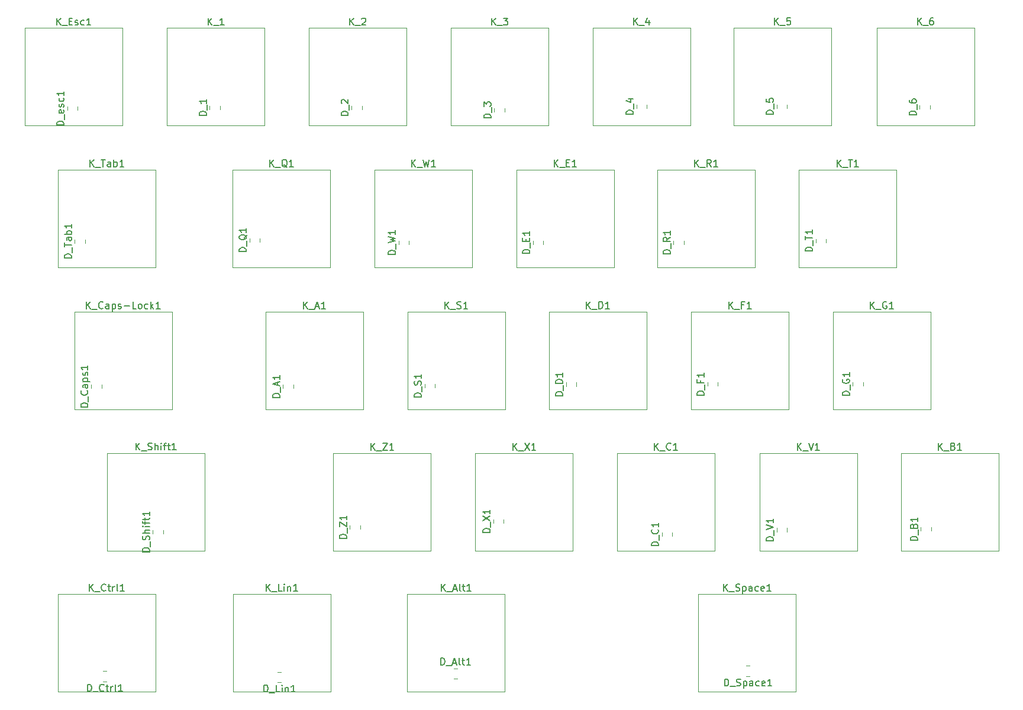
<source format=gbr>
%TF.GenerationSoftware,KiCad,Pcbnew,6.0.2+dfsg-1*%
%TF.CreationDate,2023-05-02T18:44:16+02:00*%
%TF.ProjectId,keyboard2_ctrl,6b657962-6f61-4726-9432-5f6374726c2e,rev?*%
%TF.SameCoordinates,Original*%
%TF.FileFunction,Legend,Top*%
%TF.FilePolarity,Positive*%
%FSLAX46Y46*%
G04 Gerber Fmt 4.6, Leading zero omitted, Abs format (unit mm)*
G04 Created by KiCad (PCBNEW 6.0.2+dfsg-1) date 2023-05-02 18:44:16*
%MOMM*%
%LPD*%
G01*
G04 APERTURE LIST*
%ADD10C,0.150000*%
%ADD11C,0.120000*%
G04 APERTURE END LIST*
D10*
%TO.C,D_Alt1*%
X85587829Y-118949429D02*
X85587829Y-117949429D01*
X85825925Y-117949429D01*
X85968782Y-117997049D01*
X86064020Y-118092287D01*
X86111639Y-118187525D01*
X86159258Y-118378001D01*
X86159258Y-118520858D01*
X86111639Y-118711334D01*
X86064020Y-118806572D01*
X85968782Y-118901810D01*
X85825925Y-118949429D01*
X85587829Y-118949429D01*
X86349734Y-119044668D02*
X87111639Y-119044668D01*
X87302115Y-118663715D02*
X87778306Y-118663715D01*
X87206877Y-118949429D02*
X87540210Y-117949429D01*
X87873544Y-118949429D01*
X88349734Y-118949429D02*
X88254496Y-118901810D01*
X88206877Y-118806572D01*
X88206877Y-117949429D01*
X88587829Y-118282763D02*
X88968782Y-118282763D01*
X88730687Y-117949429D02*
X88730687Y-118806572D01*
X88778306Y-118901810D01*
X88873544Y-118949429D01*
X88968782Y-118949429D01*
X89825925Y-118949429D02*
X89254496Y-118949429D01*
X89540210Y-118949429D02*
X89540210Y-117949429D01*
X89444972Y-118092287D01*
X89349734Y-118187525D01*
X89254496Y-118235144D01*
%TO.C,D_Z1*%
X72067969Y-100818491D02*
X71067969Y-100818491D01*
X71067969Y-100580395D01*
X71115589Y-100437538D01*
X71210827Y-100342300D01*
X71306065Y-100294681D01*
X71496541Y-100247062D01*
X71639398Y-100247062D01*
X71829874Y-100294681D01*
X71925112Y-100342300D01*
X72020350Y-100437538D01*
X72067969Y-100580395D01*
X72067969Y-100818491D01*
X72163208Y-100056586D02*
X72163208Y-99294681D01*
X71067969Y-99151824D02*
X71067969Y-98485157D01*
X72067969Y-99151824D01*
X72067969Y-98485157D01*
X72067969Y-97580395D02*
X72067969Y-98151824D01*
X72067969Y-97866110D02*
X71067969Y-97866110D01*
X71210827Y-97961348D01*
X71306065Y-98056586D01*
X71353684Y-98151824D01*
%TO.C,K_E1*%
X101779444Y-47634146D02*
X101779444Y-46634146D01*
X102350873Y-47634146D02*
X101922301Y-47062718D01*
X102350873Y-46634146D02*
X101779444Y-47205575D01*
X102541349Y-47729385D02*
X103303253Y-47729385D01*
X103541349Y-47110337D02*
X103874682Y-47110337D01*
X104017539Y-47634146D02*
X103541349Y-47634146D01*
X103541349Y-46634146D01*
X104017539Y-46634146D01*
X104969920Y-47634146D02*
X104398492Y-47634146D01*
X104684206Y-47634146D02*
X104684206Y-46634146D01*
X104588968Y-46777004D01*
X104493730Y-46872242D01*
X104398492Y-46919861D01*
%TO.C,D_F1*%
X123224464Y-80310631D02*
X122224464Y-80310631D01*
X122224464Y-80072535D01*
X122272084Y-79929678D01*
X122367322Y-79834440D01*
X122462560Y-79786821D01*
X122653036Y-79739202D01*
X122795893Y-79739202D01*
X122986369Y-79786821D01*
X123081607Y-79834440D01*
X123176845Y-79929678D01*
X123224464Y-80072535D01*
X123224464Y-80310631D01*
X123319703Y-79548726D02*
X123319703Y-78786821D01*
X122700655Y-78215392D02*
X122700655Y-78548726D01*
X123224464Y-78548726D02*
X122224464Y-78548726D01*
X122224464Y-78072535D01*
X123224464Y-77167773D02*
X123224464Y-77739202D01*
X123224464Y-77453488D02*
X122224464Y-77453488D01*
X122367322Y-77548726D01*
X122462560Y-77643964D01*
X122510179Y-77739202D01*
%TO.C,K_S1*%
X86171443Y-67958053D02*
X86171443Y-66958053D01*
X86742872Y-67958053D02*
X86314301Y-67386625D01*
X86742872Y-66958053D02*
X86171443Y-67529482D01*
X86933348Y-68053292D02*
X87695253Y-68053292D01*
X87885729Y-67910434D02*
X88028586Y-67958053D01*
X88266682Y-67958053D01*
X88361920Y-67910434D01*
X88409539Y-67862815D01*
X88457158Y-67767577D01*
X88457158Y-67672339D01*
X88409539Y-67577101D01*
X88361920Y-67529482D01*
X88266682Y-67481863D01*
X88076205Y-67434244D01*
X87980967Y-67386625D01*
X87933348Y-67339006D01*
X87885729Y-67243768D01*
X87885729Y-67148530D01*
X87933348Y-67053292D01*
X87980967Y-67005673D01*
X88076205Y-66958053D01*
X88314301Y-66958053D01*
X88457158Y-67005673D01*
X89409539Y-67958053D02*
X88838110Y-67958053D01*
X89123824Y-67958053D02*
X89123824Y-66958053D01*
X89028586Y-67100911D01*
X88933348Y-67196149D01*
X88838110Y-67243768D01*
%TO.C,K_1*%
X52261096Y-27376380D02*
X52261096Y-26376380D01*
X52832524Y-27376380D02*
X52403953Y-26804952D01*
X52832524Y-26376380D02*
X52261096Y-26947809D01*
X53023001Y-27471619D02*
X53784905Y-27471619D01*
X54546810Y-27376380D02*
X53975382Y-27376380D01*
X54261096Y-27376380D02*
X54261096Y-26376380D01*
X54165858Y-26519238D01*
X54070620Y-26614476D01*
X53975382Y-26662095D01*
%TO.C,D_W1*%
X79067368Y-60188367D02*
X78067368Y-60188367D01*
X78067368Y-59950271D01*
X78114988Y-59807414D01*
X78210226Y-59712176D01*
X78305464Y-59664557D01*
X78495940Y-59616938D01*
X78638797Y-59616938D01*
X78829273Y-59664557D01*
X78924511Y-59712176D01*
X79019749Y-59807414D01*
X79067368Y-59950271D01*
X79067368Y-60188367D01*
X79162607Y-59426462D02*
X79162607Y-58664557D01*
X78067368Y-58521700D02*
X79067368Y-58283605D01*
X78353083Y-58093129D01*
X79067368Y-57902652D01*
X78067368Y-57664557D01*
X79067368Y-56759795D02*
X79067368Y-57331224D01*
X79067368Y-57045510D02*
X78067368Y-57045510D01*
X78210226Y-57140748D01*
X78305464Y-57235986D01*
X78353083Y-57331224D01*
%TO.C,D_esc1*%
X31607380Y-41685952D02*
X30607380Y-41685952D01*
X30607380Y-41447857D01*
X30655000Y-41305000D01*
X30750238Y-41209761D01*
X30845476Y-41162142D01*
X31035952Y-41114523D01*
X31178809Y-41114523D01*
X31369285Y-41162142D01*
X31464523Y-41209761D01*
X31559761Y-41305000D01*
X31607380Y-41447857D01*
X31607380Y-41685952D01*
X31702619Y-40924047D02*
X31702619Y-40162142D01*
X31559761Y-39543095D02*
X31607380Y-39638333D01*
X31607380Y-39828809D01*
X31559761Y-39924047D01*
X31464523Y-39971666D01*
X31083571Y-39971666D01*
X30988333Y-39924047D01*
X30940714Y-39828809D01*
X30940714Y-39638333D01*
X30988333Y-39543095D01*
X31083571Y-39495476D01*
X31178809Y-39495476D01*
X31274047Y-39971666D01*
X31559761Y-39114523D02*
X31607380Y-39019285D01*
X31607380Y-38828809D01*
X31559761Y-38733571D01*
X31464523Y-38685952D01*
X31416904Y-38685952D01*
X31321666Y-38733571D01*
X31274047Y-38828809D01*
X31274047Y-38971666D01*
X31226428Y-39066904D01*
X31131190Y-39114523D01*
X31083571Y-39114523D01*
X30988333Y-39066904D01*
X30940714Y-38971666D01*
X30940714Y-38828809D01*
X30988333Y-38733571D01*
X31559761Y-37828809D02*
X31607380Y-37924047D01*
X31607380Y-38114523D01*
X31559761Y-38209761D01*
X31512142Y-38257380D01*
X31416904Y-38305000D01*
X31131190Y-38305000D01*
X31035952Y-38257380D01*
X30988333Y-38209761D01*
X30940714Y-38114523D01*
X30940714Y-37924047D01*
X30988333Y-37828809D01*
X31607380Y-36876428D02*
X31607380Y-37447857D01*
X31607380Y-37162142D02*
X30607380Y-37162142D01*
X30750238Y-37257380D01*
X30845476Y-37352619D01*
X30893095Y-37447857D01*
%TO.C,D_A1*%
X62506993Y-80656221D02*
X61506993Y-80656221D01*
X61506993Y-80418125D01*
X61554613Y-80275268D01*
X61649851Y-80180030D01*
X61745089Y-80132411D01*
X61935565Y-80084792D01*
X62078422Y-80084792D01*
X62268898Y-80132411D01*
X62364136Y-80180030D01*
X62459374Y-80275268D01*
X62506993Y-80418125D01*
X62506993Y-80656221D01*
X62602232Y-79894316D02*
X62602232Y-79132411D01*
X62221279Y-78941935D02*
X62221279Y-78465744D01*
X62506993Y-79037173D02*
X61506993Y-78703840D01*
X62506993Y-78370506D01*
X62506993Y-77513363D02*
X62506993Y-78084792D01*
X62506993Y-77799078D02*
X61506993Y-77799078D01*
X61649851Y-77894316D01*
X61745089Y-77989554D01*
X61792708Y-78084792D01*
%TO.C,D_G1*%
X144039603Y-80355476D02*
X143039603Y-80355476D01*
X143039603Y-80117381D01*
X143087223Y-79974524D01*
X143182461Y-79879286D01*
X143277699Y-79831667D01*
X143468175Y-79784048D01*
X143611032Y-79784048D01*
X143801508Y-79831667D01*
X143896746Y-79879286D01*
X143991984Y-79974524D01*
X144039603Y-80117381D01*
X144039603Y-80355476D01*
X144134842Y-79593571D02*
X144134842Y-78831667D01*
X143087223Y-78069762D02*
X143039603Y-78165000D01*
X143039603Y-78307857D01*
X143087223Y-78450714D01*
X143182461Y-78545952D01*
X143277699Y-78593571D01*
X143468175Y-78641190D01*
X143611032Y-78641190D01*
X143801508Y-78593571D01*
X143896746Y-78545952D01*
X143991984Y-78450714D01*
X144039603Y-78307857D01*
X144039603Y-78212619D01*
X143991984Y-78069762D01*
X143944365Y-78022143D01*
X143611032Y-78022143D01*
X143611032Y-78212619D01*
X144039603Y-77069762D02*
X144039603Y-77641190D01*
X144039603Y-77355476D02*
X143039603Y-77355476D01*
X143182461Y-77450714D01*
X143277699Y-77545952D01*
X143325318Y-77641190D01*
%TO.C,D_2*%
X72311380Y-40304047D02*
X71311380Y-40304047D01*
X71311380Y-40065952D01*
X71359000Y-39923095D01*
X71454238Y-39827857D01*
X71549476Y-39780238D01*
X71739952Y-39732619D01*
X71882809Y-39732619D01*
X72073285Y-39780238D01*
X72168523Y-39827857D01*
X72263761Y-39923095D01*
X72311380Y-40065952D01*
X72311380Y-40304047D01*
X72406619Y-39542142D02*
X72406619Y-38780238D01*
X71406619Y-38589761D02*
X71359000Y-38542142D01*
X71311380Y-38446904D01*
X71311380Y-38208809D01*
X71359000Y-38113571D01*
X71406619Y-38065952D01*
X71501857Y-38018333D01*
X71597095Y-38018333D01*
X71739952Y-38065952D01*
X72311380Y-38637380D01*
X72311380Y-38018333D01*
%TO.C,K_V1*%
X136594956Y-88190684D02*
X136594956Y-87190684D01*
X137166385Y-88190684D02*
X136737814Y-87619256D01*
X137166385Y-87190684D02*
X136594956Y-87762113D01*
X137356861Y-88285923D02*
X138118766Y-88285923D01*
X138214004Y-87190684D02*
X138547337Y-88190684D01*
X138880671Y-87190684D01*
X139737814Y-88190684D02*
X139166385Y-88190684D01*
X139452099Y-88190684D02*
X139452099Y-87190684D01*
X139356861Y-87333542D01*
X139261623Y-87428780D01*
X139166385Y-87476399D01*
%TO.C,K_Alt1*%
X85643329Y-108368429D02*
X85643329Y-107368429D01*
X86214758Y-108368429D02*
X85786187Y-107797001D01*
X86214758Y-107368429D02*
X85643329Y-107939858D01*
X86405234Y-108463668D02*
X87167139Y-108463668D01*
X87357615Y-108082715D02*
X87833806Y-108082715D01*
X87262377Y-108368429D02*
X87595710Y-107368429D01*
X87929044Y-108368429D01*
X88405234Y-108368429D02*
X88309996Y-108320810D01*
X88262377Y-108225572D01*
X88262377Y-107368429D01*
X88643329Y-107701763D02*
X89024282Y-107701763D01*
X88786187Y-107368429D02*
X88786187Y-108225572D01*
X88833806Y-108320810D01*
X88929044Y-108368429D01*
X89024282Y-108368429D01*
X89881425Y-108368429D02*
X89309996Y-108368429D01*
X89595710Y-108368429D02*
X89595710Y-107368429D01*
X89500472Y-107511287D01*
X89405234Y-107606525D01*
X89309996Y-107654144D01*
%TO.C,D_B1*%
X153768642Y-101132127D02*
X152768642Y-101132127D01*
X152768642Y-100894032D01*
X152816262Y-100751175D01*
X152911500Y-100655937D01*
X153006738Y-100608318D01*
X153197214Y-100560699D01*
X153340071Y-100560699D01*
X153530547Y-100608318D01*
X153625785Y-100655937D01*
X153721023Y-100751175D01*
X153768642Y-100894032D01*
X153768642Y-101132127D01*
X153863881Y-100370222D02*
X153863881Y-99608318D01*
X153244833Y-99036889D02*
X153292452Y-98894032D01*
X153340071Y-98846413D01*
X153435309Y-98798794D01*
X153578166Y-98798794D01*
X153673404Y-98846413D01*
X153721023Y-98894032D01*
X153768642Y-98989270D01*
X153768642Y-99370222D01*
X152768642Y-99370222D01*
X152768642Y-99036889D01*
X152816262Y-98941651D01*
X152863881Y-98894032D01*
X152959119Y-98846413D01*
X153054357Y-98846413D01*
X153149595Y-98894032D01*
X153197214Y-98941651D01*
X153244833Y-99036889D01*
X153244833Y-99370222D01*
X153768642Y-97846413D02*
X153768642Y-98417841D01*
X153768642Y-98132127D02*
X152768642Y-98132127D01*
X152911500Y-98227365D01*
X153006738Y-98322603D01*
X153054357Y-98417841D01*
%TO.C,K_C1*%
X116147461Y-88190684D02*
X116147461Y-87190684D01*
X116718889Y-88190684D02*
X116290318Y-87619256D01*
X116718889Y-87190684D02*
X116147461Y-87762113D01*
X116909366Y-88285923D02*
X117671270Y-88285923D01*
X118480794Y-88095446D02*
X118433175Y-88143065D01*
X118290318Y-88190684D01*
X118195080Y-88190684D01*
X118052223Y-88143065D01*
X117956985Y-88047827D01*
X117909366Y-87952589D01*
X117861747Y-87762113D01*
X117861747Y-87619256D01*
X117909366Y-87428780D01*
X117956985Y-87333542D01*
X118052223Y-87238304D01*
X118195080Y-87190684D01*
X118290318Y-87190684D01*
X118433175Y-87238304D01*
X118480794Y-87285923D01*
X119433175Y-88190684D02*
X118861747Y-88190684D01*
X119147461Y-88190684D02*
X119147461Y-87190684D01*
X119052223Y-87333542D01*
X118956985Y-87428780D01*
X118861747Y-87476399D01*
%TO.C,D_V1*%
X133141950Y-101164763D02*
X132141950Y-101164763D01*
X132141950Y-100926667D01*
X132189570Y-100783810D01*
X132284808Y-100688572D01*
X132380046Y-100640953D01*
X132570522Y-100593334D01*
X132713379Y-100593334D01*
X132903855Y-100640953D01*
X132999093Y-100688572D01*
X133094331Y-100783810D01*
X133141950Y-100926667D01*
X133141950Y-101164763D01*
X133237189Y-100402858D02*
X133237189Y-99640953D01*
X132141950Y-99545715D02*
X133141950Y-99212382D01*
X132141950Y-98879048D01*
X133141950Y-98021905D02*
X133141950Y-98593334D01*
X133141950Y-98307620D02*
X132141950Y-98307620D01*
X132284808Y-98402858D01*
X132380046Y-98498096D01*
X132427665Y-98593334D01*
%TO.C,K_3*%
X92860952Y-27376380D02*
X92860952Y-26376380D01*
X93432380Y-27376380D02*
X93003809Y-26804952D01*
X93432380Y-26376380D02*
X92860952Y-26947809D01*
X93622857Y-27471619D02*
X94384761Y-27471619D01*
X94527619Y-26376380D02*
X95146666Y-26376380D01*
X94813333Y-26757333D01*
X94956190Y-26757333D01*
X95051428Y-26804952D01*
X95099047Y-26852571D01*
X95146666Y-26947809D01*
X95146666Y-27185904D01*
X95099047Y-27281142D01*
X95051428Y-27328761D01*
X94956190Y-27376380D01*
X94670476Y-27376380D01*
X94575238Y-27328761D01*
X94527619Y-27281142D01*
%TO.C,K_2*%
X72540952Y-27376380D02*
X72540952Y-26376380D01*
X73112380Y-27376380D02*
X72683809Y-26804952D01*
X73112380Y-26376380D02*
X72540952Y-26947809D01*
X73302857Y-27471619D02*
X74064761Y-27471619D01*
X74255238Y-26471619D02*
X74302857Y-26424000D01*
X74398095Y-26376380D01*
X74636190Y-26376380D01*
X74731428Y-26424000D01*
X74779047Y-26471619D01*
X74826666Y-26566857D01*
X74826666Y-26662095D01*
X74779047Y-26804952D01*
X74207619Y-27376380D01*
X74826666Y-27376380D01*
%TO.C,K_Tab1*%
X35354403Y-47629863D02*
X35354403Y-46629863D01*
X35925831Y-47629863D02*
X35497260Y-47058435D01*
X35925831Y-46629863D02*
X35354403Y-47201292D01*
X36116307Y-47725102D02*
X36878212Y-47725102D01*
X36973450Y-46629863D02*
X37544879Y-46629863D01*
X37259165Y-47629863D02*
X37259165Y-46629863D01*
X38306784Y-47629863D02*
X38306784Y-47106054D01*
X38259165Y-47010816D01*
X38163926Y-46963197D01*
X37973450Y-46963197D01*
X37878212Y-47010816D01*
X38306784Y-47582244D02*
X38211545Y-47629863D01*
X37973450Y-47629863D01*
X37878212Y-47582244D01*
X37830593Y-47487006D01*
X37830593Y-47391768D01*
X37878212Y-47296530D01*
X37973450Y-47248911D01*
X38211545Y-47248911D01*
X38306784Y-47201292D01*
X38782974Y-47629863D02*
X38782974Y-46629863D01*
X38782974Y-47010816D02*
X38878212Y-46963197D01*
X39068688Y-46963197D01*
X39163926Y-47010816D01*
X39211545Y-47058435D01*
X39259165Y-47153673D01*
X39259165Y-47439387D01*
X39211545Y-47534625D01*
X39163926Y-47582244D01*
X39068688Y-47629863D01*
X38878212Y-47629863D01*
X38782974Y-47582244D01*
X40211545Y-47629863D02*
X39640117Y-47629863D01*
X39925831Y-47629863D02*
X39925831Y-46629863D01*
X39830593Y-46772721D01*
X39735355Y-46867959D01*
X39640117Y-46915578D01*
%TO.C,K_6*%
X153791222Y-27333386D02*
X153791222Y-26333386D01*
X154362650Y-27333386D02*
X153934079Y-26761958D01*
X154362650Y-26333386D02*
X153791222Y-26904815D01*
X154553127Y-27428625D02*
X155315031Y-27428625D01*
X155981698Y-26333386D02*
X155791222Y-26333386D01*
X155695984Y-26381006D01*
X155648365Y-26428625D01*
X155553127Y-26571482D01*
X155505508Y-26761958D01*
X155505508Y-27142910D01*
X155553127Y-27238148D01*
X155600746Y-27285767D01*
X155695984Y-27333386D01*
X155886460Y-27333386D01*
X155981698Y-27285767D01*
X156029317Y-27238148D01*
X156076936Y-27142910D01*
X156076936Y-26904815D01*
X156029317Y-26809577D01*
X155981698Y-26761958D01*
X155886460Y-26714339D01*
X155695984Y-26714339D01*
X155600746Y-26761958D01*
X155553127Y-26809577D01*
X155505508Y-26904815D01*
%TO.C,K_D1*%
X106428812Y-67955516D02*
X106428812Y-66955516D01*
X107000240Y-67955516D02*
X106571669Y-67384088D01*
X107000240Y-66955516D02*
X106428812Y-67526945D01*
X107190717Y-68050755D02*
X107952621Y-68050755D01*
X108190717Y-67955516D02*
X108190717Y-66955516D01*
X108428812Y-66955516D01*
X108571669Y-67003136D01*
X108666907Y-67098374D01*
X108714526Y-67193612D01*
X108762145Y-67384088D01*
X108762145Y-67526945D01*
X108714526Y-67717421D01*
X108666907Y-67812659D01*
X108571669Y-67907897D01*
X108428812Y-67955516D01*
X108190717Y-67955516D01*
X109714526Y-67955516D02*
X109143098Y-67955516D01*
X109428812Y-67955516D02*
X109428812Y-66955516D01*
X109333574Y-67098374D01*
X109238336Y-67193612D01*
X109143098Y-67241231D01*
%TO.C,D_Space1*%
X126165101Y-121949486D02*
X126165101Y-120949486D01*
X126403196Y-120949486D01*
X126546053Y-120997106D01*
X126641291Y-121092344D01*
X126688910Y-121187582D01*
X126736529Y-121378058D01*
X126736529Y-121520915D01*
X126688910Y-121711391D01*
X126641291Y-121806629D01*
X126546053Y-121901867D01*
X126403196Y-121949486D01*
X126165101Y-121949486D01*
X126927005Y-122044725D02*
X127688910Y-122044725D01*
X127879386Y-121901867D02*
X128022244Y-121949486D01*
X128260339Y-121949486D01*
X128355577Y-121901867D01*
X128403196Y-121854248D01*
X128450815Y-121759010D01*
X128450815Y-121663772D01*
X128403196Y-121568534D01*
X128355577Y-121520915D01*
X128260339Y-121473296D01*
X128069863Y-121425677D01*
X127974624Y-121378058D01*
X127927005Y-121330439D01*
X127879386Y-121235201D01*
X127879386Y-121139963D01*
X127927005Y-121044725D01*
X127974624Y-120997106D01*
X128069863Y-120949486D01*
X128307958Y-120949486D01*
X128450815Y-120997106D01*
X128879386Y-121282820D02*
X128879386Y-122282820D01*
X128879386Y-121330439D02*
X128974624Y-121282820D01*
X129165101Y-121282820D01*
X129260339Y-121330439D01*
X129307958Y-121378058D01*
X129355577Y-121473296D01*
X129355577Y-121759010D01*
X129307958Y-121854248D01*
X129260339Y-121901867D01*
X129165101Y-121949486D01*
X128974624Y-121949486D01*
X128879386Y-121901867D01*
X130212720Y-121949486D02*
X130212720Y-121425677D01*
X130165101Y-121330439D01*
X130069863Y-121282820D01*
X129879386Y-121282820D01*
X129784148Y-121330439D01*
X130212720Y-121901867D02*
X130117482Y-121949486D01*
X129879386Y-121949486D01*
X129784148Y-121901867D01*
X129736529Y-121806629D01*
X129736529Y-121711391D01*
X129784148Y-121616153D01*
X129879386Y-121568534D01*
X130117482Y-121568534D01*
X130212720Y-121520915D01*
X131117482Y-121901867D02*
X131022244Y-121949486D01*
X130831767Y-121949486D01*
X130736529Y-121901867D01*
X130688910Y-121854248D01*
X130641291Y-121759010D01*
X130641291Y-121473296D01*
X130688910Y-121378058D01*
X130736529Y-121330439D01*
X130831767Y-121282820D01*
X131022244Y-121282820D01*
X131117482Y-121330439D01*
X131927005Y-121901867D02*
X131831767Y-121949486D01*
X131641291Y-121949486D01*
X131546053Y-121901867D01*
X131498434Y-121806629D01*
X131498434Y-121425677D01*
X131546053Y-121330439D01*
X131641291Y-121282820D01*
X131831767Y-121282820D01*
X131927005Y-121330439D01*
X131974624Y-121425677D01*
X131974624Y-121520915D01*
X131498434Y-121616153D01*
X132927005Y-121949486D02*
X132355577Y-121949486D01*
X132641291Y-121949486D02*
X132641291Y-120949486D01*
X132546053Y-121092344D01*
X132450815Y-121187582D01*
X132355577Y-121235201D01*
%TO.C,K_4*%
X113170268Y-27346869D02*
X113170268Y-26346869D01*
X113741696Y-27346869D02*
X113313125Y-26775441D01*
X113741696Y-26346869D02*
X113170268Y-26918298D01*
X113932173Y-27442108D02*
X114694077Y-27442108D01*
X115360744Y-26680203D02*
X115360744Y-27346869D01*
X115122649Y-26299250D02*
X114884554Y-27013536D01*
X115503601Y-27013536D01*
%TO.C,K_F1*%
X126838840Y-67955516D02*
X126838840Y-66955516D01*
X127410269Y-67955516D02*
X126981698Y-67384088D01*
X127410269Y-66955516D02*
X126838840Y-67526945D01*
X127600745Y-68050755D02*
X128362650Y-68050755D01*
X128934079Y-67431707D02*
X128600745Y-67431707D01*
X128600745Y-67955516D02*
X128600745Y-66955516D01*
X129076936Y-66955516D01*
X129981698Y-67955516D02*
X129410269Y-67955516D01*
X129695983Y-67955516D02*
X129695983Y-66955516D01*
X129600745Y-67098374D01*
X129505507Y-67193612D01*
X129410269Y-67241231D01*
%TO.C,K_X1*%
X95898693Y-88190684D02*
X95898693Y-87190684D01*
X96470122Y-88190684D02*
X96041551Y-87619256D01*
X96470122Y-87190684D02*
X95898693Y-87762113D01*
X96660598Y-88285923D02*
X97422503Y-88285923D01*
X97565360Y-87190684D02*
X98232027Y-88190684D01*
X98232027Y-87190684D02*
X97565360Y-88190684D01*
X99136789Y-88190684D02*
X98565360Y-88190684D01*
X98851074Y-88190684D02*
X98851074Y-87190684D01*
X98755836Y-87333542D01*
X98660598Y-87428780D01*
X98565360Y-87476399D01*
%TO.C,D_R1*%
X118384854Y-60090354D02*
X117384854Y-60090354D01*
X117384854Y-59852259D01*
X117432474Y-59709402D01*
X117527712Y-59614164D01*
X117622950Y-59566545D01*
X117813426Y-59518926D01*
X117956283Y-59518926D01*
X118146759Y-59566545D01*
X118241997Y-59614164D01*
X118337235Y-59709402D01*
X118384854Y-59852259D01*
X118384854Y-60090354D01*
X118480093Y-59328449D02*
X118480093Y-58566545D01*
X118384854Y-57757021D02*
X117908664Y-58090354D01*
X118384854Y-58328449D02*
X117384854Y-58328449D01*
X117384854Y-57947497D01*
X117432474Y-57852259D01*
X117480093Y-57804640D01*
X117575331Y-57757021D01*
X117718188Y-57757021D01*
X117813426Y-57804640D01*
X117861045Y-57852259D01*
X117908664Y-57947497D01*
X117908664Y-58328449D01*
X118384854Y-56804640D02*
X118384854Y-57376068D01*
X118384854Y-57090354D02*
X117384854Y-57090354D01*
X117527712Y-57185592D01*
X117622950Y-57280830D01*
X117670569Y-57376068D01*
%TO.C,D_S1*%
X82763873Y-80590487D02*
X81763873Y-80590487D01*
X81763873Y-80352391D01*
X81811493Y-80209534D01*
X81906731Y-80114296D01*
X82001969Y-80066677D01*
X82192445Y-80019058D01*
X82335302Y-80019058D01*
X82525778Y-80066677D01*
X82621016Y-80114296D01*
X82716254Y-80209534D01*
X82763873Y-80352391D01*
X82763873Y-80590487D01*
X82859112Y-79828582D02*
X82859112Y-79066677D01*
X82716254Y-78876201D02*
X82763873Y-78733344D01*
X82763873Y-78495249D01*
X82716254Y-78400010D01*
X82668635Y-78352391D01*
X82573397Y-78304772D01*
X82478159Y-78304772D01*
X82382921Y-78352391D01*
X82335302Y-78400010D01*
X82287683Y-78495249D01*
X82240064Y-78685725D01*
X82192445Y-78780963D01*
X82144826Y-78828582D01*
X82049588Y-78876201D01*
X81954350Y-78876201D01*
X81859112Y-78828582D01*
X81811493Y-78780963D01*
X81763873Y-78685725D01*
X81763873Y-78447629D01*
X81811493Y-78304772D01*
X82763873Y-77352391D02*
X82763873Y-77923820D01*
X82763873Y-77638106D02*
X81763873Y-77638106D01*
X81906731Y-77733344D01*
X82001969Y-77828582D01*
X82049588Y-77923820D01*
%TO.C,K_Esc1*%
X30615238Y-27376380D02*
X30615238Y-26376380D01*
X31186666Y-27376380D02*
X30758095Y-26804952D01*
X31186666Y-26376380D02*
X30615238Y-26947809D01*
X31377142Y-27471619D02*
X32139047Y-27471619D01*
X32377142Y-26852571D02*
X32710476Y-26852571D01*
X32853333Y-27376380D02*
X32377142Y-27376380D01*
X32377142Y-26376380D01*
X32853333Y-26376380D01*
X33234285Y-27328761D02*
X33329523Y-27376380D01*
X33520000Y-27376380D01*
X33615238Y-27328761D01*
X33662857Y-27233523D01*
X33662857Y-27185904D01*
X33615238Y-27090666D01*
X33520000Y-27043047D01*
X33377142Y-27043047D01*
X33281904Y-26995428D01*
X33234285Y-26900190D01*
X33234285Y-26852571D01*
X33281904Y-26757333D01*
X33377142Y-26709714D01*
X33520000Y-26709714D01*
X33615238Y-26757333D01*
X34520000Y-27328761D02*
X34424761Y-27376380D01*
X34234285Y-27376380D01*
X34139047Y-27328761D01*
X34091428Y-27281142D01*
X34043809Y-27185904D01*
X34043809Y-26900190D01*
X34091428Y-26804952D01*
X34139047Y-26757333D01*
X34234285Y-26709714D01*
X34424761Y-26709714D01*
X34520000Y-26757333D01*
X35472380Y-27376380D02*
X34900952Y-27376380D01*
X35186666Y-27376380D02*
X35186666Y-26376380D01*
X35091428Y-26519238D01*
X34996190Y-26614476D01*
X34900952Y-26662095D01*
%TO.C,K_Shift1*%
X41938619Y-88176400D02*
X41938619Y-87176400D01*
X42510047Y-88176400D02*
X42081476Y-87604972D01*
X42510047Y-87176400D02*
X41938619Y-87747829D01*
X42700523Y-88271639D02*
X43462428Y-88271639D01*
X43652904Y-88128781D02*
X43795762Y-88176400D01*
X44033857Y-88176400D01*
X44129095Y-88128781D01*
X44176714Y-88081162D01*
X44224333Y-87985924D01*
X44224333Y-87890686D01*
X44176714Y-87795448D01*
X44129095Y-87747829D01*
X44033857Y-87700210D01*
X43843381Y-87652591D01*
X43748142Y-87604972D01*
X43700523Y-87557353D01*
X43652904Y-87462115D01*
X43652904Y-87366877D01*
X43700523Y-87271639D01*
X43748142Y-87224020D01*
X43843381Y-87176400D01*
X44081476Y-87176400D01*
X44224333Y-87224020D01*
X44652904Y-88176400D02*
X44652904Y-87176400D01*
X45081476Y-88176400D02*
X45081476Y-87652591D01*
X45033857Y-87557353D01*
X44938619Y-87509734D01*
X44795762Y-87509734D01*
X44700523Y-87557353D01*
X44652904Y-87604972D01*
X45557666Y-88176400D02*
X45557666Y-87509734D01*
X45557666Y-87176400D02*
X45510047Y-87224020D01*
X45557666Y-87271639D01*
X45605285Y-87224020D01*
X45557666Y-87176400D01*
X45557666Y-87271639D01*
X45891000Y-87509734D02*
X46271952Y-87509734D01*
X46033857Y-88176400D02*
X46033857Y-87319258D01*
X46081476Y-87224020D01*
X46176714Y-87176400D01*
X46271952Y-87176400D01*
X46462428Y-87509734D02*
X46843381Y-87509734D01*
X46605285Y-87176400D02*
X46605285Y-88033543D01*
X46652904Y-88128781D01*
X46748142Y-88176400D01*
X46843381Y-88176400D01*
X47700523Y-88176400D02*
X47129095Y-88176400D01*
X47414809Y-88176400D02*
X47414809Y-87176400D01*
X47319571Y-87319258D01*
X47224333Y-87414496D01*
X47129095Y-87462115D01*
%TO.C,K_B1*%
X156779605Y-88190684D02*
X156779605Y-87190684D01*
X157351033Y-88190684D02*
X156922462Y-87619256D01*
X157351033Y-87190684D02*
X156779605Y-87762113D01*
X157541510Y-88285923D02*
X158303414Y-88285923D01*
X158874843Y-87666875D02*
X159017700Y-87714494D01*
X159065319Y-87762113D01*
X159112938Y-87857351D01*
X159112938Y-88000208D01*
X159065319Y-88095446D01*
X159017700Y-88143065D01*
X158922462Y-88190684D01*
X158541510Y-88190684D01*
X158541510Y-87190684D01*
X158874843Y-87190684D01*
X158970081Y-87238304D01*
X159017700Y-87285923D01*
X159065319Y-87381161D01*
X159065319Y-87476399D01*
X159017700Y-87571637D01*
X158970081Y-87619256D01*
X158874843Y-87666875D01*
X158541510Y-87666875D01*
X160065319Y-88190684D02*
X159493891Y-88190684D01*
X159779605Y-88190684D02*
X159779605Y-87190684D01*
X159684367Y-87333542D01*
X159589129Y-87428780D01*
X159493891Y-87476399D01*
%TO.C,D_4*%
X113098696Y-40152536D02*
X112098696Y-40152536D01*
X112098696Y-39914441D01*
X112146316Y-39771584D01*
X112241554Y-39676346D01*
X112336792Y-39628727D01*
X112527268Y-39581108D01*
X112670125Y-39581108D01*
X112860601Y-39628727D01*
X112955839Y-39676346D01*
X113051077Y-39771584D01*
X113098696Y-39914441D01*
X113098696Y-40152536D01*
X113193935Y-39390631D02*
X113193935Y-38628727D01*
X112432030Y-37962060D02*
X113098696Y-37962060D01*
X112051077Y-38200155D02*
X112765363Y-38438250D01*
X112765363Y-37819203D01*
%TO.C,D_Caps1*%
X35045896Y-82030155D02*
X34045896Y-82030155D01*
X34045896Y-81792060D01*
X34093516Y-81649203D01*
X34188754Y-81553964D01*
X34283992Y-81506345D01*
X34474468Y-81458726D01*
X34617325Y-81458726D01*
X34807801Y-81506345D01*
X34903039Y-81553964D01*
X34998277Y-81649203D01*
X35045896Y-81792060D01*
X35045896Y-82030155D01*
X35141135Y-81268250D02*
X35141135Y-80506345D01*
X34950658Y-79696822D02*
X34998277Y-79744441D01*
X35045896Y-79887298D01*
X35045896Y-79982536D01*
X34998277Y-80125393D01*
X34903039Y-80220631D01*
X34807801Y-80268250D01*
X34617325Y-80315869D01*
X34474468Y-80315869D01*
X34283992Y-80268250D01*
X34188754Y-80220631D01*
X34093516Y-80125393D01*
X34045896Y-79982536D01*
X34045896Y-79887298D01*
X34093516Y-79744441D01*
X34141135Y-79696822D01*
X35045896Y-78839679D02*
X34522087Y-78839679D01*
X34426849Y-78887298D01*
X34379230Y-78982536D01*
X34379230Y-79173012D01*
X34426849Y-79268250D01*
X34998277Y-78839679D02*
X35045896Y-78934917D01*
X35045896Y-79173012D01*
X34998277Y-79268250D01*
X34903039Y-79315869D01*
X34807801Y-79315869D01*
X34712563Y-79268250D01*
X34664944Y-79173012D01*
X34664944Y-78934917D01*
X34617325Y-78839679D01*
X34379230Y-78363488D02*
X35379230Y-78363488D01*
X34426849Y-78363488D02*
X34379230Y-78268250D01*
X34379230Y-78077774D01*
X34426849Y-77982536D01*
X34474468Y-77934917D01*
X34569706Y-77887298D01*
X34855420Y-77887298D01*
X34950658Y-77934917D01*
X34998277Y-77982536D01*
X35045896Y-78077774D01*
X35045896Y-78268250D01*
X34998277Y-78363488D01*
X34998277Y-77506345D02*
X35045896Y-77411107D01*
X35045896Y-77220631D01*
X34998277Y-77125393D01*
X34903039Y-77077774D01*
X34855420Y-77077774D01*
X34760182Y-77125393D01*
X34712563Y-77220631D01*
X34712563Y-77363488D01*
X34664944Y-77458726D01*
X34569706Y-77506345D01*
X34522087Y-77506345D01*
X34426849Y-77458726D01*
X34379230Y-77363488D01*
X34379230Y-77220631D01*
X34426849Y-77125393D01*
X35045896Y-76125393D02*
X35045896Y-76696822D01*
X35045896Y-76411107D02*
X34045896Y-76411107D01*
X34188754Y-76506345D01*
X34283992Y-76601584D01*
X34331611Y-76696822D01*
%TO.C,D_3*%
X92727380Y-40676047D02*
X91727380Y-40676047D01*
X91727380Y-40437952D01*
X91775000Y-40295095D01*
X91870238Y-40199857D01*
X91965476Y-40152238D01*
X92155952Y-40104619D01*
X92298809Y-40104619D01*
X92489285Y-40152238D01*
X92584523Y-40199857D01*
X92679761Y-40295095D01*
X92727380Y-40437952D01*
X92727380Y-40676047D01*
X92822619Y-39914142D02*
X92822619Y-39152238D01*
X91727380Y-39009380D02*
X91727380Y-38390333D01*
X92108333Y-38723666D01*
X92108333Y-38580809D01*
X92155952Y-38485571D01*
X92203571Y-38437952D01*
X92298809Y-38390333D01*
X92536904Y-38390333D01*
X92632142Y-38437952D01*
X92679761Y-38485571D01*
X92727380Y-38580809D01*
X92727380Y-38866523D01*
X92679761Y-38961761D01*
X92632142Y-39009380D01*
%TO.C,D_Lin1*%
X60261643Y-122803429D02*
X60261643Y-121803429D01*
X60499738Y-121803429D01*
X60642595Y-121851049D01*
X60737833Y-121946287D01*
X60785452Y-122041525D01*
X60833071Y-122232001D01*
X60833071Y-122374858D01*
X60785452Y-122565334D01*
X60737833Y-122660572D01*
X60642595Y-122755810D01*
X60499738Y-122803429D01*
X60261643Y-122803429D01*
X61023548Y-122898668D02*
X61785452Y-122898668D01*
X62499738Y-122803429D02*
X62023548Y-122803429D01*
X62023548Y-121803429D01*
X62833071Y-122803429D02*
X62833071Y-122136763D01*
X62833071Y-121803429D02*
X62785452Y-121851049D01*
X62833071Y-121898668D01*
X62880690Y-121851049D01*
X62833071Y-121803429D01*
X62833071Y-121898668D01*
X63309262Y-122136763D02*
X63309262Y-122803429D01*
X63309262Y-122232001D02*
X63356881Y-122184382D01*
X63452119Y-122136763D01*
X63594976Y-122136763D01*
X63690214Y-122184382D01*
X63737833Y-122279620D01*
X63737833Y-122803429D01*
X64737833Y-122803429D02*
X64166405Y-122803429D01*
X64452119Y-122803429D02*
X64452119Y-121803429D01*
X64356881Y-121946287D01*
X64261643Y-122041525D01*
X64166405Y-122089144D01*
%TO.C,D_E1*%
X98287478Y-60069319D02*
X97287478Y-60069319D01*
X97287478Y-59831224D01*
X97335098Y-59688367D01*
X97430336Y-59593129D01*
X97525574Y-59545510D01*
X97716050Y-59497891D01*
X97858907Y-59497891D01*
X98049383Y-59545510D01*
X98144621Y-59593129D01*
X98239859Y-59688367D01*
X98287478Y-59831224D01*
X98287478Y-60069319D01*
X98382717Y-59307414D02*
X98382717Y-58545510D01*
X97763669Y-58307414D02*
X97763669Y-57974081D01*
X98287478Y-57831224D02*
X98287478Y-58307414D01*
X97287478Y-58307414D01*
X97287478Y-57831224D01*
X98287478Y-56878843D02*
X98287478Y-57450271D01*
X98287478Y-57164557D02*
X97287478Y-57164557D01*
X97430336Y-57259795D01*
X97525574Y-57355033D01*
X97573193Y-57450271D01*
%TO.C,K_5*%
X133349901Y-27333386D02*
X133349901Y-26333386D01*
X133921329Y-27333386D02*
X133492758Y-26761958D01*
X133921329Y-26333386D02*
X133349901Y-26904815D01*
X134111806Y-27428625D02*
X134873710Y-27428625D01*
X135587996Y-26333386D02*
X135111806Y-26333386D01*
X135064187Y-26809577D01*
X135111806Y-26761958D01*
X135207044Y-26714339D01*
X135445139Y-26714339D01*
X135540377Y-26761958D01*
X135587996Y-26809577D01*
X135635615Y-26904815D01*
X135635615Y-27142910D01*
X135587996Y-27238148D01*
X135540377Y-27285767D01*
X135445139Y-27333386D01*
X135207044Y-27333386D01*
X135111806Y-27285767D01*
X135064187Y-27238148D01*
%TO.C,K_Q1*%
X61135340Y-47634146D02*
X61135340Y-46634146D01*
X61706769Y-47634146D02*
X61278198Y-47062718D01*
X61706769Y-46634146D02*
X61135340Y-47205575D01*
X61897245Y-47729385D02*
X62659150Y-47729385D01*
X63563912Y-47729385D02*
X63468674Y-47681766D01*
X63373436Y-47586527D01*
X63230578Y-47443670D01*
X63135340Y-47396051D01*
X63040102Y-47396051D01*
X63087721Y-47634146D02*
X62992483Y-47586527D01*
X62897245Y-47491289D01*
X62849626Y-47300813D01*
X62849626Y-46967480D01*
X62897245Y-46777004D01*
X62992483Y-46681766D01*
X63087721Y-46634146D01*
X63278198Y-46634146D01*
X63373436Y-46681766D01*
X63468674Y-46777004D01*
X63516293Y-46967480D01*
X63516293Y-47300813D01*
X63468674Y-47491289D01*
X63373436Y-47586527D01*
X63278198Y-47634146D01*
X63087721Y-47634146D01*
X64468674Y-47634146D02*
X63897245Y-47634146D01*
X64182959Y-47634146D02*
X64182959Y-46634146D01*
X64087721Y-46777004D01*
X63992483Y-46872242D01*
X63897245Y-46919861D01*
%TO.C,D_1*%
X52005524Y-40302047D02*
X51005524Y-40302047D01*
X51005524Y-40063952D01*
X51053144Y-39921095D01*
X51148382Y-39825857D01*
X51243620Y-39778238D01*
X51434096Y-39730619D01*
X51576953Y-39730619D01*
X51767429Y-39778238D01*
X51862667Y-39825857D01*
X51957905Y-39921095D01*
X52005524Y-40063952D01*
X52005524Y-40302047D01*
X52100763Y-39540142D02*
X52100763Y-38778238D01*
X52005524Y-38016333D02*
X52005524Y-38587761D01*
X52005524Y-38302047D02*
X51005524Y-38302047D01*
X51148382Y-38397285D01*
X51243620Y-38492523D01*
X51291239Y-38587761D01*
%TO.C,D_5*%
X133144329Y-40139053D02*
X132144329Y-40139053D01*
X132144329Y-39900958D01*
X132191949Y-39758101D01*
X132287187Y-39662863D01*
X132382425Y-39615244D01*
X132572901Y-39567625D01*
X132715758Y-39567625D01*
X132906234Y-39615244D01*
X133001472Y-39662863D01*
X133096710Y-39758101D01*
X133144329Y-39900958D01*
X133144329Y-40139053D01*
X133239568Y-39377148D02*
X133239568Y-38615244D01*
X132144329Y-37900958D02*
X132144329Y-38377148D01*
X132620520Y-38424767D01*
X132572901Y-38377148D01*
X132525282Y-38281910D01*
X132525282Y-38043815D01*
X132572901Y-37948577D01*
X132620520Y-37900958D01*
X132715758Y-37853339D01*
X132953853Y-37853339D01*
X133049091Y-37900958D01*
X133096710Y-37948577D01*
X133144329Y-38043815D01*
X133144329Y-38281910D01*
X133096710Y-38377148D01*
X133049091Y-38424767D01*
%TO.C,D_D1*%
X102994168Y-80401625D02*
X101994168Y-80401625D01*
X101994168Y-80163530D01*
X102041788Y-80020673D01*
X102137026Y-79925435D01*
X102232264Y-79877816D01*
X102422740Y-79830197D01*
X102565597Y-79830197D01*
X102756073Y-79877816D01*
X102851311Y-79925435D01*
X102946549Y-80020673D01*
X102994168Y-80163530D01*
X102994168Y-80401625D01*
X103089407Y-79639720D02*
X103089407Y-78877816D01*
X102994168Y-78639720D02*
X101994168Y-78639720D01*
X101994168Y-78401625D01*
X102041788Y-78258768D01*
X102137026Y-78163530D01*
X102232264Y-78115911D01*
X102422740Y-78068292D01*
X102565597Y-78068292D01*
X102756073Y-78115911D01*
X102851311Y-78163530D01*
X102946549Y-78258768D01*
X102994168Y-78401625D01*
X102994168Y-78639720D01*
X102994168Y-77115911D02*
X102994168Y-77687339D01*
X102994168Y-77401625D02*
X101994168Y-77401625D01*
X102137026Y-77496863D01*
X102232264Y-77592101D01*
X102279883Y-77687339D01*
%TO.C,K_W1*%
X81377899Y-47634146D02*
X81377899Y-46634146D01*
X81949328Y-47634146D02*
X81520756Y-47062718D01*
X81949328Y-46634146D02*
X81377899Y-47205575D01*
X82139804Y-47729385D02*
X82901709Y-47729385D01*
X83044566Y-46634146D02*
X83282661Y-47634146D01*
X83473137Y-46919861D01*
X83663614Y-47634146D01*
X83901709Y-46634146D01*
X84806471Y-47634146D02*
X84235042Y-47634146D01*
X84520756Y-47634146D02*
X84520756Y-46634146D01*
X84425518Y-46777004D01*
X84330280Y-46872242D01*
X84235042Y-46919861D01*
%TO.C,K_G1*%
X147066506Y-67955516D02*
X147066506Y-66955516D01*
X147637934Y-67955516D02*
X147209363Y-67384088D01*
X147637934Y-66955516D02*
X147066506Y-67526945D01*
X147828411Y-68050755D02*
X148590315Y-68050755D01*
X149352220Y-67003136D02*
X149256982Y-66955516D01*
X149114125Y-66955516D01*
X148971268Y-67003136D01*
X148876030Y-67098374D01*
X148828411Y-67193612D01*
X148780792Y-67384088D01*
X148780792Y-67526945D01*
X148828411Y-67717421D01*
X148876030Y-67812659D01*
X148971268Y-67907897D01*
X149114125Y-67955516D01*
X149209363Y-67955516D01*
X149352220Y-67907897D01*
X149399839Y-67860278D01*
X149399839Y-67526945D01*
X149209363Y-67526945D01*
X150352220Y-67955516D02*
X149780792Y-67955516D01*
X150066506Y-67955516D02*
X150066506Y-66955516D01*
X149971268Y-67098374D01*
X149876030Y-67193612D01*
X149780792Y-67241231D01*
%TO.C,D_Ctrl1*%
X35013474Y-122713429D02*
X35013474Y-121713429D01*
X35251569Y-121713429D01*
X35394426Y-121761049D01*
X35489665Y-121856287D01*
X35537284Y-121951525D01*
X35584903Y-122142001D01*
X35584903Y-122284858D01*
X35537284Y-122475334D01*
X35489665Y-122570572D01*
X35394426Y-122665810D01*
X35251569Y-122713429D01*
X35013474Y-122713429D01*
X35775379Y-122808668D02*
X36537284Y-122808668D01*
X37346807Y-122618191D02*
X37299188Y-122665810D01*
X37156331Y-122713429D01*
X37061093Y-122713429D01*
X36918236Y-122665810D01*
X36822998Y-122570572D01*
X36775379Y-122475334D01*
X36727760Y-122284858D01*
X36727760Y-122142001D01*
X36775379Y-121951525D01*
X36822998Y-121856287D01*
X36918236Y-121761049D01*
X37061093Y-121713429D01*
X37156331Y-121713429D01*
X37299188Y-121761049D01*
X37346807Y-121808668D01*
X37632522Y-122046763D02*
X38013474Y-122046763D01*
X37775379Y-121713429D02*
X37775379Y-122570572D01*
X37822998Y-122665810D01*
X37918236Y-122713429D01*
X38013474Y-122713429D01*
X38346807Y-122713429D02*
X38346807Y-122046763D01*
X38346807Y-122237239D02*
X38394426Y-122142001D01*
X38442045Y-122094382D01*
X38537284Y-122046763D01*
X38632522Y-122046763D01*
X39108712Y-122713429D02*
X39013474Y-122665810D01*
X38965855Y-122570572D01*
X38965855Y-121713429D01*
X40013474Y-122713429D02*
X39442045Y-122713429D01*
X39727760Y-122713429D02*
X39727760Y-121713429D01*
X39632522Y-121856287D01*
X39537284Y-121951525D01*
X39442045Y-121999144D01*
%TO.C,D_Tab1*%
X32705167Y-60716565D02*
X31705167Y-60716565D01*
X31705167Y-60478470D01*
X31752787Y-60335613D01*
X31848025Y-60240375D01*
X31943263Y-60192756D01*
X32133739Y-60145137D01*
X32276596Y-60145137D01*
X32467072Y-60192756D01*
X32562310Y-60240375D01*
X32657548Y-60335613D01*
X32705167Y-60478470D01*
X32705167Y-60716565D01*
X32800406Y-59954661D02*
X32800406Y-59192756D01*
X31705167Y-59097518D02*
X31705167Y-58526089D01*
X32705167Y-58811804D02*
X31705167Y-58811804D01*
X32705167Y-57764184D02*
X32181358Y-57764184D01*
X32086120Y-57811804D01*
X32038501Y-57907042D01*
X32038501Y-58097518D01*
X32086120Y-58192756D01*
X32657548Y-57764184D02*
X32705167Y-57859423D01*
X32705167Y-58097518D01*
X32657548Y-58192756D01*
X32562310Y-58240375D01*
X32467072Y-58240375D01*
X32371834Y-58192756D01*
X32324215Y-58097518D01*
X32324215Y-57859423D01*
X32276596Y-57764184D01*
X32705167Y-57287994D02*
X31705167Y-57287994D01*
X32086120Y-57287994D02*
X32038501Y-57192756D01*
X32038501Y-57002280D01*
X32086120Y-56907042D01*
X32133739Y-56859423D01*
X32228977Y-56811804D01*
X32514691Y-56811804D01*
X32609929Y-56859423D01*
X32657548Y-56907042D01*
X32705167Y-57002280D01*
X32705167Y-57192756D01*
X32657548Y-57287994D01*
X32705167Y-55859423D02*
X32705167Y-56430851D01*
X32705167Y-56145137D02*
X31705167Y-56145137D01*
X31848025Y-56240375D01*
X31943263Y-56335613D01*
X31990882Y-56430851D01*
%TO.C,D_T1*%
X138748069Y-59732052D02*
X137748069Y-59732052D01*
X137748069Y-59493956D01*
X137795689Y-59351099D01*
X137890927Y-59255861D01*
X137986165Y-59208242D01*
X138176641Y-59160623D01*
X138319498Y-59160623D01*
X138509974Y-59208242D01*
X138605212Y-59255861D01*
X138700450Y-59351099D01*
X138748069Y-59493956D01*
X138748069Y-59732052D01*
X138843308Y-58970147D02*
X138843308Y-58208242D01*
X137748069Y-58113004D02*
X137748069Y-57541575D01*
X138748069Y-57827290D02*
X137748069Y-57827290D01*
X138748069Y-56684432D02*
X138748069Y-57255861D01*
X138748069Y-56970147D02*
X137748069Y-56970147D01*
X137890927Y-57065385D01*
X137986165Y-57160623D01*
X138033784Y-57255861D01*
%TO.C,D_Shift1*%
X43868137Y-102756583D02*
X42868137Y-102756583D01*
X42868137Y-102518488D01*
X42915757Y-102375631D01*
X43010995Y-102280393D01*
X43106233Y-102232774D01*
X43296709Y-102185155D01*
X43439566Y-102185155D01*
X43630042Y-102232774D01*
X43725280Y-102280393D01*
X43820518Y-102375631D01*
X43868137Y-102518488D01*
X43868137Y-102756583D01*
X43963376Y-101994679D02*
X43963376Y-101232774D01*
X43820518Y-101042298D02*
X43868137Y-100899441D01*
X43868137Y-100661345D01*
X43820518Y-100566107D01*
X43772899Y-100518488D01*
X43677661Y-100470869D01*
X43582423Y-100470869D01*
X43487185Y-100518488D01*
X43439566Y-100566107D01*
X43391947Y-100661345D01*
X43344328Y-100851821D01*
X43296709Y-100947060D01*
X43249090Y-100994679D01*
X43153852Y-101042298D01*
X43058614Y-101042298D01*
X42963376Y-100994679D01*
X42915757Y-100947060D01*
X42868137Y-100851821D01*
X42868137Y-100613726D01*
X42915757Y-100470869D01*
X43868137Y-100042298D02*
X42868137Y-100042298D01*
X43868137Y-99613726D02*
X43344328Y-99613726D01*
X43249090Y-99661345D01*
X43201471Y-99756583D01*
X43201471Y-99899441D01*
X43249090Y-99994679D01*
X43296709Y-100042298D01*
X43868137Y-99137536D02*
X43201471Y-99137536D01*
X42868137Y-99137536D02*
X42915757Y-99185155D01*
X42963376Y-99137536D01*
X42915757Y-99089917D01*
X42868137Y-99137536D01*
X42963376Y-99137536D01*
X43201471Y-98804202D02*
X43201471Y-98423250D01*
X43868137Y-98661345D02*
X43010995Y-98661345D01*
X42915757Y-98613726D01*
X42868137Y-98518488D01*
X42868137Y-98423250D01*
X43201471Y-98232774D02*
X43201471Y-97851821D01*
X42868137Y-98089917D02*
X43725280Y-98089917D01*
X43820518Y-98042298D01*
X43868137Y-97947060D01*
X43868137Y-97851821D01*
X43868137Y-96994679D02*
X43868137Y-97566107D01*
X43868137Y-97280393D02*
X42868137Y-97280393D01*
X43010995Y-97375631D01*
X43106233Y-97470869D01*
X43153852Y-97566107D01*
%TO.C,K_Space1*%
X126062072Y-108368429D02*
X126062072Y-107368429D01*
X126633500Y-108368429D02*
X126204929Y-107797001D01*
X126633500Y-107368429D02*
X126062072Y-107939858D01*
X126823976Y-108463668D02*
X127585881Y-108463668D01*
X127776357Y-108320810D02*
X127919215Y-108368429D01*
X128157310Y-108368429D01*
X128252548Y-108320810D01*
X128300167Y-108273191D01*
X128347786Y-108177953D01*
X128347786Y-108082715D01*
X128300167Y-107987477D01*
X128252548Y-107939858D01*
X128157310Y-107892239D01*
X127966834Y-107844620D01*
X127871595Y-107797001D01*
X127823976Y-107749382D01*
X127776357Y-107654144D01*
X127776357Y-107558906D01*
X127823976Y-107463668D01*
X127871595Y-107416049D01*
X127966834Y-107368429D01*
X128204929Y-107368429D01*
X128347786Y-107416049D01*
X128776357Y-107701763D02*
X128776357Y-108701763D01*
X128776357Y-107749382D02*
X128871595Y-107701763D01*
X129062072Y-107701763D01*
X129157310Y-107749382D01*
X129204929Y-107797001D01*
X129252548Y-107892239D01*
X129252548Y-108177953D01*
X129204929Y-108273191D01*
X129157310Y-108320810D01*
X129062072Y-108368429D01*
X128871595Y-108368429D01*
X128776357Y-108320810D01*
X130109691Y-108368429D02*
X130109691Y-107844620D01*
X130062072Y-107749382D01*
X129966834Y-107701763D01*
X129776357Y-107701763D01*
X129681119Y-107749382D01*
X130109691Y-108320810D02*
X130014453Y-108368429D01*
X129776357Y-108368429D01*
X129681119Y-108320810D01*
X129633500Y-108225572D01*
X129633500Y-108130334D01*
X129681119Y-108035096D01*
X129776357Y-107987477D01*
X130014453Y-107987477D01*
X130109691Y-107939858D01*
X131014453Y-108320810D02*
X130919215Y-108368429D01*
X130728738Y-108368429D01*
X130633500Y-108320810D01*
X130585881Y-108273191D01*
X130538262Y-108177953D01*
X130538262Y-107892239D01*
X130585881Y-107797001D01*
X130633500Y-107749382D01*
X130728738Y-107701763D01*
X130919215Y-107701763D01*
X131014453Y-107749382D01*
X131823976Y-108320810D02*
X131728738Y-108368429D01*
X131538262Y-108368429D01*
X131443024Y-108320810D01*
X131395405Y-108225572D01*
X131395405Y-107844620D01*
X131443024Y-107749382D01*
X131538262Y-107701763D01*
X131728738Y-107701763D01*
X131823976Y-107749382D01*
X131871595Y-107844620D01*
X131871595Y-107939858D01*
X131395405Y-108035096D01*
X132823976Y-108368429D02*
X132252548Y-108368429D01*
X132538262Y-108368429D02*
X132538262Y-107368429D01*
X132443024Y-107511287D01*
X132347786Y-107606525D01*
X132252548Y-107654144D01*
%TO.C,D_C1*%
X116709889Y-101884351D02*
X115709889Y-101884351D01*
X115709889Y-101646256D01*
X115757509Y-101503399D01*
X115852747Y-101408161D01*
X115947985Y-101360542D01*
X116138461Y-101312923D01*
X116281318Y-101312923D01*
X116471794Y-101360542D01*
X116567032Y-101408161D01*
X116662270Y-101503399D01*
X116709889Y-101646256D01*
X116709889Y-101884351D01*
X116805128Y-101122446D02*
X116805128Y-100360542D01*
X116614651Y-99551018D02*
X116662270Y-99598637D01*
X116709889Y-99741494D01*
X116709889Y-99836732D01*
X116662270Y-99979589D01*
X116567032Y-100074827D01*
X116471794Y-100122446D01*
X116281318Y-100170065D01*
X116138461Y-100170065D01*
X115947985Y-100122446D01*
X115852747Y-100074827D01*
X115757509Y-99979589D01*
X115709889Y-99836732D01*
X115709889Y-99741494D01*
X115757509Y-99598637D01*
X115805128Y-99551018D01*
X116709889Y-98598637D02*
X116709889Y-99170065D01*
X116709889Y-98884351D02*
X115709889Y-98884351D01*
X115852747Y-98979589D01*
X115947985Y-99074827D01*
X115995604Y-99170065D01*
%TO.C,D_Q1*%
X57720552Y-59795158D02*
X56720552Y-59795158D01*
X56720552Y-59557062D01*
X56768172Y-59414205D01*
X56863410Y-59318967D01*
X56958648Y-59271348D01*
X57149124Y-59223729D01*
X57291981Y-59223729D01*
X57482457Y-59271348D01*
X57577695Y-59318967D01*
X57672933Y-59414205D01*
X57720552Y-59557062D01*
X57720552Y-59795158D01*
X57815791Y-59033253D02*
X57815791Y-58271348D01*
X57815791Y-57366586D02*
X57768172Y-57461824D01*
X57672933Y-57557062D01*
X57530076Y-57699920D01*
X57482457Y-57795158D01*
X57482457Y-57890396D01*
X57720552Y-57842777D02*
X57672933Y-57938015D01*
X57577695Y-58033253D01*
X57387219Y-58080872D01*
X57053886Y-58080872D01*
X56863410Y-58033253D01*
X56768172Y-57938015D01*
X56720552Y-57842777D01*
X56720552Y-57652301D01*
X56768172Y-57557062D01*
X56863410Y-57461824D01*
X57053886Y-57414205D01*
X57387219Y-57414205D01*
X57577695Y-57461824D01*
X57672933Y-57557062D01*
X57720552Y-57652301D01*
X57720552Y-57842777D01*
X57720552Y-56461824D02*
X57720552Y-57033253D01*
X57720552Y-56747539D02*
X56720552Y-56747539D01*
X56863410Y-56842777D01*
X56958648Y-56938015D01*
X57006267Y-57033253D01*
%TO.C,K_T1*%
X142271800Y-47634146D02*
X142271800Y-46634146D01*
X142843228Y-47634146D02*
X142414657Y-47062718D01*
X142843228Y-46634146D02*
X142271800Y-47205575D01*
X143033704Y-47729385D02*
X143795609Y-47729385D01*
X143890847Y-46634146D02*
X144462276Y-46634146D01*
X144176561Y-47634146D02*
X144176561Y-46634146D01*
X145319419Y-47634146D02*
X144747990Y-47634146D01*
X145033704Y-47634146D02*
X145033704Y-46634146D01*
X144938466Y-46777004D01*
X144843228Y-46872242D01*
X144747990Y-46919861D01*
%TO.C,K_R1*%
X121907707Y-47634146D02*
X121907707Y-46634146D01*
X122479135Y-47634146D02*
X122050564Y-47062718D01*
X122479135Y-46634146D02*
X121907707Y-47205575D01*
X122669612Y-47729385D02*
X123431516Y-47729385D01*
X124241040Y-47634146D02*
X123907707Y-47157956D01*
X123669612Y-47634146D02*
X123669612Y-46634146D01*
X124050564Y-46634146D01*
X124145802Y-46681766D01*
X124193421Y-46729385D01*
X124241040Y-46824623D01*
X124241040Y-46967480D01*
X124193421Y-47062718D01*
X124145802Y-47110337D01*
X124050564Y-47157956D01*
X123669612Y-47157956D01*
X125193421Y-47634146D02*
X124621993Y-47634146D01*
X124907707Y-47634146D02*
X124907707Y-46634146D01*
X124812469Y-46777004D01*
X124717231Y-46872242D01*
X124621993Y-46919861D01*
%TO.C,K_Ctrl1*%
X35282974Y-108368429D02*
X35282974Y-107368429D01*
X35854403Y-108368429D02*
X35425831Y-107797001D01*
X35854403Y-107368429D02*
X35282974Y-107939858D01*
X36044879Y-108463668D02*
X36806784Y-108463668D01*
X37616307Y-108273191D02*
X37568688Y-108320810D01*
X37425831Y-108368429D01*
X37330593Y-108368429D01*
X37187736Y-108320810D01*
X37092498Y-108225572D01*
X37044879Y-108130334D01*
X36997260Y-107939858D01*
X36997260Y-107797001D01*
X37044879Y-107606525D01*
X37092498Y-107511287D01*
X37187736Y-107416049D01*
X37330593Y-107368429D01*
X37425831Y-107368429D01*
X37568688Y-107416049D01*
X37616307Y-107463668D01*
X37902022Y-107701763D02*
X38282974Y-107701763D01*
X38044879Y-107368429D02*
X38044879Y-108225572D01*
X38092498Y-108320810D01*
X38187736Y-108368429D01*
X38282974Y-108368429D01*
X38616307Y-108368429D02*
X38616307Y-107701763D01*
X38616307Y-107892239D02*
X38663926Y-107797001D01*
X38711545Y-107749382D01*
X38806784Y-107701763D01*
X38902022Y-107701763D01*
X39378212Y-108368429D02*
X39282974Y-108320810D01*
X39235355Y-108225572D01*
X39235355Y-107368429D01*
X40282974Y-108368429D02*
X39711545Y-108368429D01*
X39997260Y-108368429D02*
X39997260Y-107368429D01*
X39902022Y-107511287D01*
X39806784Y-107606525D01*
X39711545Y-107654144D01*
%TO.C,K_Lin1*%
X60596643Y-108368429D02*
X60596643Y-107368429D01*
X61168071Y-108368429D02*
X60739500Y-107797001D01*
X61168071Y-107368429D02*
X60596643Y-107939858D01*
X61358548Y-108463668D02*
X62120452Y-108463668D01*
X62834738Y-108368429D02*
X62358548Y-108368429D01*
X62358548Y-107368429D01*
X63168071Y-108368429D02*
X63168071Y-107701763D01*
X63168071Y-107368429D02*
X63120452Y-107416049D01*
X63168071Y-107463668D01*
X63215690Y-107416049D01*
X63168071Y-107368429D01*
X63168071Y-107463668D01*
X63644262Y-107701763D02*
X63644262Y-108368429D01*
X63644262Y-107797001D02*
X63691881Y-107749382D01*
X63787119Y-107701763D01*
X63929976Y-107701763D01*
X64025214Y-107749382D01*
X64072833Y-107844620D01*
X64072833Y-108368429D01*
X65072833Y-108368429D02*
X64501405Y-108368429D01*
X64787119Y-108368429D02*
X64787119Y-107368429D01*
X64691881Y-107511287D01*
X64596643Y-107606525D01*
X64501405Y-107654144D01*
%TO.C,K_Caps-Lock1*%
X34880891Y-67958053D02*
X34880891Y-66958053D01*
X35452320Y-67958053D02*
X35023748Y-67386625D01*
X35452320Y-66958053D02*
X34880891Y-67529482D01*
X35642796Y-68053292D02*
X36404701Y-68053292D01*
X37214225Y-67862815D02*
X37166606Y-67910434D01*
X37023748Y-67958053D01*
X36928510Y-67958053D01*
X36785653Y-67910434D01*
X36690415Y-67815196D01*
X36642796Y-67719958D01*
X36595177Y-67529482D01*
X36595177Y-67386625D01*
X36642796Y-67196149D01*
X36690415Y-67100911D01*
X36785653Y-67005673D01*
X36928510Y-66958053D01*
X37023748Y-66958053D01*
X37166606Y-67005673D01*
X37214225Y-67053292D01*
X38071367Y-67958053D02*
X38071367Y-67434244D01*
X38023748Y-67339006D01*
X37928510Y-67291387D01*
X37738034Y-67291387D01*
X37642796Y-67339006D01*
X38071367Y-67910434D02*
X37976129Y-67958053D01*
X37738034Y-67958053D01*
X37642796Y-67910434D01*
X37595177Y-67815196D01*
X37595177Y-67719958D01*
X37642796Y-67624720D01*
X37738034Y-67577101D01*
X37976129Y-67577101D01*
X38071367Y-67529482D01*
X38547558Y-67291387D02*
X38547558Y-68291387D01*
X38547558Y-67339006D02*
X38642796Y-67291387D01*
X38833272Y-67291387D01*
X38928510Y-67339006D01*
X38976129Y-67386625D01*
X39023748Y-67481863D01*
X39023748Y-67767577D01*
X38976129Y-67862815D01*
X38928510Y-67910434D01*
X38833272Y-67958053D01*
X38642796Y-67958053D01*
X38547558Y-67910434D01*
X39404701Y-67910434D02*
X39499939Y-67958053D01*
X39690415Y-67958053D01*
X39785653Y-67910434D01*
X39833272Y-67815196D01*
X39833272Y-67767577D01*
X39785653Y-67672339D01*
X39690415Y-67624720D01*
X39547558Y-67624720D01*
X39452320Y-67577101D01*
X39404701Y-67481863D01*
X39404701Y-67434244D01*
X39452320Y-67339006D01*
X39547558Y-67291387D01*
X39690415Y-67291387D01*
X39785653Y-67339006D01*
X40261844Y-67577101D02*
X41023748Y-67577101D01*
X41976129Y-67958053D02*
X41499939Y-67958053D01*
X41499939Y-66958053D01*
X42452320Y-67958053D02*
X42357082Y-67910434D01*
X42309463Y-67862815D01*
X42261844Y-67767577D01*
X42261844Y-67481863D01*
X42309463Y-67386625D01*
X42357082Y-67339006D01*
X42452320Y-67291387D01*
X42595177Y-67291387D01*
X42690415Y-67339006D01*
X42738034Y-67386625D01*
X42785653Y-67481863D01*
X42785653Y-67767577D01*
X42738034Y-67862815D01*
X42690415Y-67910434D01*
X42595177Y-67958053D01*
X42452320Y-67958053D01*
X43642796Y-67910434D02*
X43547558Y-67958053D01*
X43357082Y-67958053D01*
X43261844Y-67910434D01*
X43214225Y-67862815D01*
X43166606Y-67767577D01*
X43166606Y-67481863D01*
X43214225Y-67386625D01*
X43261844Y-67339006D01*
X43357082Y-67291387D01*
X43547558Y-67291387D01*
X43642796Y-67339006D01*
X44071367Y-67958053D02*
X44071367Y-66958053D01*
X44166606Y-67577101D02*
X44452320Y-67958053D01*
X44452320Y-67291387D02*
X44071367Y-67672339D01*
X45404701Y-67958053D02*
X44833272Y-67958053D01*
X45118987Y-67958053D02*
X45118987Y-66958053D01*
X45023748Y-67100911D01*
X44928510Y-67196149D01*
X44833272Y-67243768D01*
%TO.C,D_X1*%
X92611954Y-99989076D02*
X91611954Y-99989076D01*
X91611954Y-99750980D01*
X91659574Y-99608123D01*
X91754812Y-99512885D01*
X91850050Y-99465266D01*
X92040526Y-99417647D01*
X92183383Y-99417647D01*
X92373859Y-99465266D01*
X92469097Y-99512885D01*
X92564335Y-99608123D01*
X92611954Y-99750980D01*
X92611954Y-99989076D01*
X92707193Y-99227171D02*
X92707193Y-98465266D01*
X91611954Y-98322409D02*
X92611954Y-97655742D01*
X91611954Y-97655742D02*
X92611954Y-98322409D01*
X92611954Y-96750980D02*
X92611954Y-97322409D01*
X92611954Y-97036695D02*
X91611954Y-97036695D01*
X91754812Y-97131933D01*
X91850050Y-97227171D01*
X91897669Y-97322409D01*
%TO.C,K_A1*%
X65926893Y-67958053D02*
X65926893Y-66958053D01*
X66498322Y-67958053D02*
X66069751Y-67386625D01*
X66498322Y-66958053D02*
X65926893Y-67529482D01*
X66688798Y-68053292D02*
X67450703Y-68053292D01*
X67641179Y-67672339D02*
X68117370Y-67672339D01*
X67545941Y-67958053D02*
X67879274Y-66958053D01*
X68212608Y-67958053D01*
X69069751Y-67958053D02*
X68498322Y-67958053D01*
X68784036Y-67958053D02*
X68784036Y-66958053D01*
X68688798Y-67100911D01*
X68593560Y-67196149D01*
X68498322Y-67243768D01*
%TO.C,D_6*%
X153603650Y-40259053D02*
X152603650Y-40259053D01*
X152603650Y-40020958D01*
X152651270Y-39878101D01*
X152746508Y-39782863D01*
X152841746Y-39735244D01*
X153032222Y-39687625D01*
X153175079Y-39687625D01*
X153365555Y-39735244D01*
X153460793Y-39782863D01*
X153556031Y-39878101D01*
X153603650Y-40020958D01*
X153603650Y-40259053D01*
X153698889Y-39497148D02*
X153698889Y-38735244D01*
X152603650Y-38068577D02*
X152603650Y-38259053D01*
X152651270Y-38354291D01*
X152698889Y-38401910D01*
X152841746Y-38497148D01*
X153032222Y-38544767D01*
X153413174Y-38544767D01*
X153508412Y-38497148D01*
X153556031Y-38449529D01*
X153603650Y-38354291D01*
X153603650Y-38163815D01*
X153556031Y-38068577D01*
X153508412Y-38020958D01*
X153413174Y-37973339D01*
X153175079Y-37973339D01*
X153079841Y-38020958D01*
X153032222Y-38068577D01*
X152984603Y-38163815D01*
X152984603Y-38354291D01*
X153032222Y-38449529D01*
X153079841Y-38497148D01*
X153175079Y-38544767D01*
%TO.C,K_Z1*%
X75581576Y-88190684D02*
X75581576Y-87190684D01*
X76153005Y-88190684D02*
X75724434Y-87619256D01*
X76153005Y-87190684D02*
X75581576Y-87762113D01*
X76343481Y-88285923D02*
X77105386Y-88285923D01*
X77248243Y-87190684D02*
X77914910Y-87190684D01*
X77248243Y-88190684D01*
X77914910Y-88190684D01*
X78819672Y-88190684D02*
X78248243Y-88190684D01*
X78533957Y-88190684D02*
X78533957Y-87190684D01*
X78438719Y-87333542D01*
X78343481Y-87428780D01*
X78248243Y-87476399D01*
D11*
%TO.C,D_Alt1*%
X87421816Y-119442049D02*
X87944320Y-119442049D01*
X87421816Y-120912049D02*
X87944320Y-120912049D01*
%TO.C,D_Z1*%
X72560589Y-99484505D02*
X72560589Y-98962001D01*
X74030589Y-99484505D02*
X74030589Y-98962001D01*
%TO.C,K_E1*%
X110335873Y-48070766D02*
X110335873Y-62040766D01*
X96365873Y-48070766D02*
X110335873Y-48070766D01*
X96365873Y-62040766D02*
X96365873Y-48070766D01*
X110335873Y-62040766D02*
X96365873Y-62040766D01*
%TO.C,D_F1*%
X125187084Y-79024264D02*
X125187084Y-78501760D01*
X123717084Y-79024264D02*
X123717084Y-78501760D01*
%TO.C,K_S1*%
X80781682Y-68394673D02*
X94751682Y-68394673D01*
X80781682Y-82364673D02*
X80781682Y-68394673D01*
X94751682Y-68394673D02*
X94751682Y-82364673D01*
X94751682Y-82364673D02*
X80781682Y-82364673D01*
%TO.C,K_1*%
X46395144Y-27813000D02*
X60365144Y-27813000D01*
X60365144Y-27813000D02*
X60365144Y-41783000D01*
X46395144Y-41783000D02*
X46395144Y-27813000D01*
X60365144Y-41783000D02*
X46395144Y-41783000D01*
%TO.C,D_W1*%
X79559988Y-58759143D02*
X79559988Y-58236639D01*
X81029988Y-58759143D02*
X81029988Y-58236639D01*
%TO.C,D_esc1*%
X33570000Y-39566252D02*
X33570000Y-39043748D01*
X32100000Y-39566252D02*
X32100000Y-39043748D01*
%TO.C,D_A1*%
X62999613Y-79369854D02*
X62999613Y-78847350D01*
X64469613Y-79369854D02*
X64469613Y-78847350D01*
%TO.C,D_G1*%
X146002223Y-78997681D02*
X146002223Y-78475177D01*
X144532223Y-78997681D02*
X144532223Y-78475177D01*
%TO.C,D_2*%
X72804000Y-39446252D02*
X72804000Y-38923748D01*
X74274000Y-39446252D02*
X74274000Y-38923748D01*
%TO.C,K_V1*%
X145127576Y-102597304D02*
X131157576Y-102597304D01*
X131157576Y-102597304D02*
X131157576Y-88627304D01*
X131157576Y-88627304D02*
X145127576Y-88627304D01*
X145127576Y-88627304D02*
X145127576Y-102597304D01*
%TO.C,K_Alt1*%
X80753568Y-108805049D02*
X94723568Y-108805049D01*
X80753568Y-122775049D02*
X80753568Y-108805049D01*
X94723568Y-122775049D02*
X80753568Y-122775049D01*
X94723568Y-108805049D02*
X94723568Y-122775049D01*
%TO.C,D_B1*%
X155731262Y-99774332D02*
X155731262Y-99251828D01*
X154261262Y-99774332D02*
X154261262Y-99251828D01*
%TO.C,K_C1*%
X124751509Y-88627304D02*
X124751509Y-102597304D01*
X110781509Y-102597304D02*
X110781509Y-88627304D01*
X124751509Y-102597304D02*
X110781509Y-102597304D01*
X110781509Y-88627304D02*
X124751509Y-88627304D01*
%TO.C,D_V1*%
X133634570Y-99878396D02*
X133634570Y-99355892D01*
X135104570Y-99878396D02*
X135104570Y-99355892D01*
%TO.C,K_3*%
X86995000Y-41783000D02*
X86995000Y-27813000D01*
X100965000Y-27813000D02*
X100965000Y-41783000D01*
X86995000Y-27813000D02*
X100965000Y-27813000D01*
X100965000Y-41783000D02*
X86995000Y-41783000D01*
%TO.C,K_2*%
X66675000Y-27813000D02*
X80645000Y-27813000D01*
X80645000Y-27813000D02*
X80645000Y-41783000D01*
X66675000Y-41783000D02*
X66675000Y-27813000D01*
X80645000Y-41783000D02*
X66675000Y-41783000D01*
%TO.C,K_Tab1*%
X30774165Y-48066483D02*
X44744165Y-48066483D01*
X44744165Y-62036483D02*
X30774165Y-62036483D01*
X44744165Y-48066483D02*
X44744165Y-62036483D01*
X30774165Y-62036483D02*
X30774165Y-48066483D01*
%TO.C,K_6*%
X161895270Y-27770006D02*
X161895270Y-41740006D01*
X147925270Y-27770006D02*
X161895270Y-27770006D01*
X147925270Y-41740006D02*
X147925270Y-27770006D01*
X161895270Y-41740006D02*
X147925270Y-41740006D01*
%TO.C,K_D1*%
X115032860Y-68392136D02*
X115032860Y-82362136D01*
X101062860Y-82362136D02*
X101062860Y-68392136D01*
X115032860Y-82362136D02*
X101062860Y-82362136D01*
X101062860Y-68392136D02*
X115032860Y-68392136D01*
%TO.C,D_Space1*%
X129783496Y-120552106D02*
X129260992Y-120552106D01*
X129783496Y-119082106D02*
X129260992Y-119082106D01*
%TO.C,K_4*%
X107304316Y-27783489D02*
X121274316Y-27783489D01*
X107304316Y-41753489D02*
X107304316Y-27783489D01*
X121274316Y-41753489D02*
X107304316Y-41753489D01*
X121274316Y-27783489D02*
X121274316Y-41753489D01*
%TO.C,K_F1*%
X121401460Y-68392136D02*
X135371460Y-68392136D01*
X135371460Y-68392136D02*
X135371460Y-82362136D01*
X135371460Y-82362136D02*
X121401460Y-82362136D01*
X121401460Y-82362136D02*
X121401460Y-68392136D01*
%TO.C,K_X1*%
X90508932Y-102597304D02*
X90508932Y-88627304D01*
X104478932Y-88627304D02*
X104478932Y-102597304D01*
X104478932Y-102597304D02*
X90508932Y-102597304D01*
X90508932Y-88627304D02*
X104478932Y-88627304D01*
%TO.C,D_R1*%
X120347474Y-58732559D02*
X120347474Y-58210055D01*
X118877474Y-58732559D02*
X118877474Y-58210055D01*
%TO.C,D_S1*%
X83256493Y-79256501D02*
X83256493Y-78733997D01*
X84726493Y-79256501D02*
X84726493Y-78733997D01*
%TO.C,K_Esc1*%
X26035000Y-41783000D02*
X26035000Y-27813000D01*
X40005000Y-41783000D02*
X26035000Y-41783000D01*
X26035000Y-27813000D02*
X40005000Y-27813000D01*
X40005000Y-27813000D02*
X40005000Y-41783000D01*
%TO.C,K_Shift1*%
X37810762Y-88613020D02*
X51780762Y-88613020D01*
X51780762Y-102583020D02*
X37810762Y-102583020D01*
X51780762Y-88613020D02*
X51780762Y-102583020D01*
X37810762Y-102583020D02*
X37810762Y-88613020D01*
%TO.C,K_B1*%
X151413653Y-102597304D02*
X151413653Y-88627304D01*
X165383653Y-88627304D02*
X165383653Y-102597304D01*
X151413653Y-88627304D02*
X165383653Y-88627304D01*
X165383653Y-102597304D02*
X151413653Y-102597304D01*
%TO.C,D_4*%
X115061316Y-39294741D02*
X115061316Y-38772237D01*
X113591316Y-39294741D02*
X113591316Y-38772237D01*
%TO.C,D_Caps1*%
X35538516Y-79362836D02*
X35538516Y-78840332D01*
X37008516Y-79362836D02*
X37008516Y-78840332D01*
%TO.C,D_3*%
X93220000Y-39818252D02*
X93220000Y-39295748D01*
X94690000Y-39818252D02*
X94690000Y-39295748D01*
%TO.C,D_Lin1*%
X62737181Y-121406049D02*
X62214677Y-121406049D01*
X62737181Y-119936049D02*
X62214677Y-119936049D01*
%TO.C,D_E1*%
X100250098Y-58759143D02*
X100250098Y-58236639D01*
X98780098Y-58759143D02*
X98780098Y-58236639D01*
%TO.C,K_5*%
X127483949Y-41740006D02*
X127483949Y-27770006D01*
X127483949Y-27770006D02*
X141453949Y-27770006D01*
X141453949Y-41740006D02*
X127483949Y-41740006D01*
X141453949Y-27770006D02*
X141453949Y-41740006D01*
%TO.C,K_Q1*%
X55793198Y-62040766D02*
X55793198Y-48070766D01*
X69763198Y-48070766D02*
X69763198Y-62040766D01*
X55793198Y-48070766D02*
X69763198Y-48070766D01*
X69763198Y-62040766D02*
X55793198Y-62040766D01*
%TO.C,D_1*%
X53968144Y-39444252D02*
X53968144Y-38921748D01*
X52498144Y-39444252D02*
X52498144Y-38921748D01*
%TO.C,D_5*%
X135106949Y-39281258D02*
X135106949Y-38758754D01*
X133636949Y-39281258D02*
X133636949Y-38758754D01*
%TO.C,D_D1*%
X104956788Y-79043830D02*
X104956788Y-78521326D01*
X103486788Y-79043830D02*
X103486788Y-78521326D01*
%TO.C,K_W1*%
X90053376Y-62040766D02*
X76083376Y-62040766D01*
X90053376Y-48070766D02*
X90053376Y-62040766D01*
X76083376Y-48070766D02*
X90053376Y-48070766D01*
X76083376Y-62040766D02*
X76083376Y-48070766D01*
%TO.C,K_G1*%
X155670554Y-68392136D02*
X155670554Y-82362136D01*
X141700554Y-68392136D02*
X155670554Y-68392136D01*
X155670554Y-82362136D02*
X141700554Y-82362136D01*
X141700554Y-82362136D02*
X141700554Y-68392136D01*
%TO.C,D_Ctrl1*%
X37750917Y-121316049D02*
X37228413Y-121316049D01*
X37750917Y-119846049D02*
X37228413Y-119846049D01*
%TO.C,D_Tab1*%
X33197787Y-58573056D02*
X33197787Y-58050552D01*
X34667787Y-58573056D02*
X34667787Y-58050552D01*
%TO.C,D_T1*%
X139240689Y-58493304D02*
X139240689Y-57970800D01*
X140710689Y-58493304D02*
X140710689Y-57970800D01*
%TO.C,D_Shift1*%
X44360757Y-100160693D02*
X44360757Y-99638189D01*
X45830757Y-100160693D02*
X45830757Y-99638189D01*
%TO.C,K_Space1*%
X122434215Y-108805049D02*
X136404215Y-108805049D01*
X136404215Y-122775049D02*
X122434215Y-122775049D01*
X136404215Y-108805049D02*
X136404215Y-122775049D01*
X122434215Y-122775049D02*
X122434215Y-108805049D01*
%TO.C,D_C1*%
X117202509Y-100526556D02*
X117202509Y-100004052D01*
X118672509Y-100526556D02*
X118672509Y-100004052D01*
%TO.C,D_Q1*%
X59683172Y-58413553D02*
X59683172Y-57891049D01*
X58213172Y-58413553D02*
X58213172Y-57891049D01*
%TO.C,K_T1*%
X150756800Y-62040766D02*
X136786800Y-62040766D01*
X136786800Y-62040766D02*
X136786800Y-48070766D01*
X150756800Y-48070766D02*
X150756800Y-62040766D01*
X136786800Y-48070766D02*
X150756800Y-48070766D01*
%TO.C,K_R1*%
X116541755Y-48070766D02*
X130511755Y-48070766D01*
X130511755Y-62040766D02*
X116541755Y-62040766D01*
X130511755Y-48070766D02*
X130511755Y-62040766D01*
X116541755Y-62040766D02*
X116541755Y-48070766D01*
%TO.C,K_Ctrl1*%
X44744165Y-108805049D02*
X44744165Y-122775049D01*
X30774165Y-122775049D02*
X30774165Y-108805049D01*
X30774165Y-108805049D02*
X44744165Y-108805049D01*
X44744165Y-122775049D02*
X30774165Y-122775049D01*
%TO.C,K_Lin1*%
X69795929Y-108805049D02*
X69795929Y-122775049D01*
X55825929Y-108805049D02*
X69795929Y-108805049D01*
X55825929Y-122775049D02*
X55825929Y-108805049D01*
X69795929Y-122775049D02*
X55825929Y-122775049D01*
%TO.C,K_Caps-Lock1*%
X47103987Y-68394673D02*
X47103987Y-82364673D01*
X33133987Y-82364673D02*
X33133987Y-68394673D01*
X47103987Y-82364673D02*
X33133987Y-82364673D01*
X33133987Y-68394673D02*
X47103987Y-68394673D01*
%TO.C,D_X1*%
X94574574Y-98655090D02*
X94574574Y-98132586D01*
X93104574Y-98655090D02*
X93104574Y-98132586D01*
%TO.C,K_A1*%
X60489513Y-82364673D02*
X60489513Y-68394673D01*
X60489513Y-68394673D02*
X74459513Y-68394673D01*
X74459513Y-82364673D02*
X60489513Y-82364673D01*
X74459513Y-68394673D02*
X74459513Y-82364673D01*
%TO.C,D_6*%
X154096270Y-39401258D02*
X154096270Y-38878754D01*
X155566270Y-39401258D02*
X155566270Y-38878754D01*
%TO.C,K_Z1*%
X84161815Y-88627304D02*
X84161815Y-102597304D01*
X84161815Y-102597304D02*
X70191815Y-102597304D01*
X70191815Y-102597304D02*
X70191815Y-88627304D01*
X70191815Y-88627304D02*
X84161815Y-88627304D01*
%TD*%
M02*

</source>
